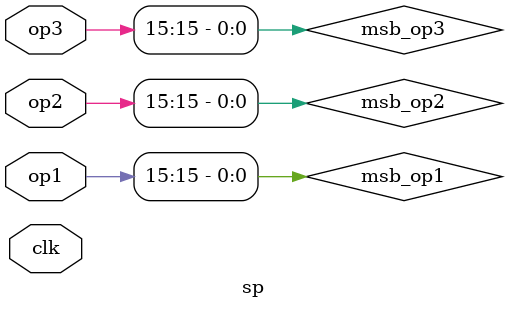
<source format=v>
module sp (clk,op1,op2,op3);
input [16:0]op1,op2,op3;
reg[16:0] trigger;
input clk;
reg negative_flag,overflow_flag,carry_flag,zero_flag;
wire msb_op1,msb_op2,msb_op3;

assign msb_op1 = op1 [16:15];
assign msb_op2 = op2 [16:15];
assign msb_op3 = op3 [16:15];

always@(posedge clk)
begin
if (op1>0 || op2>0)
negative_flag = 1;

if (negative_flag == 1 && op1>0)
begin
trigger = 1 + ~(op1);
if (trigger == op2)
zero_flag = 1;
else 
zero_flag = 0;
end

else if (negative_flag == 1 && op2>0)
begin
trigger = 1 + ~(op2);
if (trigger == op1)
zero_flag = 1;
else 
zero_flag = 0;
end

else if (msb_op1 == msb_op2 && msb_op1!=msb_op3)
overflow_flag = 1;
end

endmodule 
</source>
